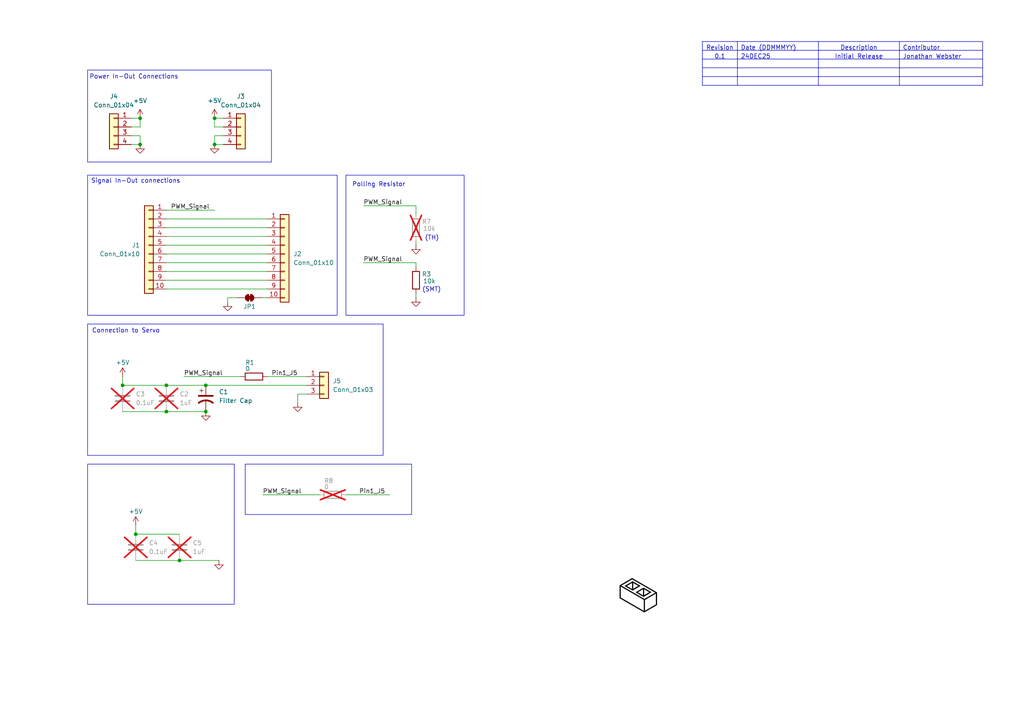
<source format=kicad_sch>
(kicad_sch (version 20250114) (generator "eeschema") (generator_version "9.0")
  (paper "A4")
  (title_block (title "Distribution Layer Adapter Board SCH") (date "2025-12-24") (rev "0.1") (company "  basically"))
  (lib_symbols
    (symbol "Connector_Generic:Conn_01x03" (pin_names (offset 1.016) (hide yes))
      (property "Reference" "J" (at 0 5.08 0))
      (property "Value" "Conn_01x03" (at 0 -5.08 0))
      (symbol "Conn_01x03_1_1"
        (rectangle (start -1.27 3.81) (end 1.27 -3.81) (stroke (width 0.254)) (fill (type background)))
        (rectangle (start -1.27 2.667) (end 0 2.413) (stroke (width 0.1524)))
        (rectangle (start -1.27 0.127) (end 0 -0.127) (stroke (width 0.1524)))
        (rectangle (start -1.27 -2.413) (end 0 -2.667) (stroke (width 0.1524)))
        (pin passive line (at -5.08 2.54 0) (length 3.81) (name "Pin_1") (number "1"))
        (pin passive line (at -5.08 0 0) (length 3.81) (name "Pin_2") (number "2"))
        (pin passive line (at -5.08 -2.54 0) (length 3.81) (name "Pin_3") (number "3"))
      )
    )
    (symbol "Connector_Generic:Conn_01x04" (pin_names (offset 1.016) (hide yes))
      (property "Reference" "J" (at 0 5.08 0))
      (property "Value" "Conn_01x04" (at 0 -7.62 0))
      (symbol "Conn_01x04_1_1"
        (rectangle (start -1.27 3.81) (end 1.27 -6.35) (stroke (width 0.254)) (fill (type background)))
        (rectangle (start -1.27 2.667) (end 0 2.413) (stroke (width 0.1524)))
        (rectangle (start -1.27 0.127) (end 0 -0.127) (stroke (width 0.1524)))
        (rectangle (start -1.27 -2.413) (end 0 -2.667) (stroke (width 0.1524)))
        (rectangle (start -1.27 -4.953) (end 0 -5.207) (stroke (width 0.1524)))
        (pin passive line (at -5.08 2.54 0) (length 3.81) (name "Pin_1") (number "1"))
        (pin passive line (at -5.08 0 0) (length 3.81) (name "Pin_2") (number "2"))
        (pin passive line (at -5.08 -2.54 0) (length 3.81) (name "Pin_3") (number "3"))
        (pin passive line (at -5.08 -5.08 0) (length 3.81) (name "Pin_4") (number "4"))
      )
    )
    (symbol "Connector_Generic:Conn_01x10" (pin_names (offset 1.016) (hide yes))
      (property "Reference" "J" (at 0 12.7 0))
      (property "Value" "Conn_01x10" (at 0 -15.24 0))
      (symbol "Conn_01x10_1_1"
        (rectangle (start -1.27 11.43) (end 1.27 -13.97) (stroke (width 0.254)) (fill (type background)))
        (rectangle (start -1.27 10.287) (end 0 10.033) (stroke (width 0.1524)))
        (rectangle (start -1.27 7.747) (end 0 7.493) (stroke (width 0.1524)))
        (rectangle (start -1.27 5.207) (end 0 4.953) (stroke (width 0.1524)))
        (rectangle (start -1.27 2.667) (end 0 2.413) (stroke (width 0.1524)))
        (rectangle (start -1.27 0.127) (end 0 -0.127) (stroke (width 0.1524)))
        (rectangle (start -1.27 -2.413) (end 0 -2.667) (stroke (width 0.1524)))
        (rectangle (start -1.27 -4.953) (end 0 -5.207) (stroke (width 0.1524)))
        (rectangle (start -1.27 -7.493) (end 0 -7.747) (stroke (width 0.1524)))
        (rectangle (start -1.27 -10.033) (end 0 -10.287) (stroke (width 0.1524)))
        (rectangle (start -1.27 -12.573) (end 0 -12.827) (stroke (width 0.1524)))
        (pin passive line (at -5.08 10.16 0) (length 3.81) (name "Pin_1") (number "1"))
        (pin passive line (at -5.08 7.62 0) (length 3.81) (name "Pin_2") (number "2"))
        (pin passive line (at -5.08 5.08 0) (length 3.81) (name "Pin_3") (number "3"))
        (pin passive line (at -5.08 2.54 0) (length 3.81) (name "Pin_4") (number "4"))
        (pin passive line (at -5.08 0 0) (length 3.81) (name "Pin_5") (number "5"))
        (pin passive line (at -5.08 -2.54 0) (length 3.81) (name "Pin_6") (number "6"))
        (pin passive line (at -5.08 -5.08 0) (length 3.81) (name "Pin_7") (number "7"))
        (pin passive line (at -5.08 -7.62 0) (length 3.81) (name "Pin_8") (number "8"))
        (pin passive line (at -5.08 -10.16 0) (length 3.81) (name "Pin_9") (number "9"))
        (pin passive line (at -5.08 -12.7 0) (length 3.81) (name "Pin_10") (number "10"))
      )
    )
    (symbol "Device:C" (pin_numbers (hide yes)) (pin_names (offset 0.254))
      (property "Reference" "C" (at 0.635 2.54 0))
      (property "Value" "C" (at 0.635 -2.54 0))
      (symbol "C_0_1"
        (polyline (pts (xy -2.032 0.762) (xy 2.032 0.762)) (stroke (width 0.508)))
        (polyline (pts (xy -2.032 -0.762) (xy 2.032 -0.762)) (stroke (width 0.508)))
      )
      (symbol "C_1_1"
        (pin passive line (at 0 3.81 270) (length 2.794) (name "~") (number "1"))
        (pin passive line (at 0 -3.81 90) (length 2.794) (name "~") (number "2"))
      )
    )
    (symbol "Device:C_Polarized_US" (pin_numbers (hide yes)) (pin_names (offset 0.254) (hide yes))
      (property "Reference" "C" (at 0.635 2.54 0))
      (property "Value" "C_Polarized_US" (at 0.635 -2.54 0))
      (symbol "C_Polarized_US_0_1"
        (polyline (pts (xy -2.032 0.762) (xy 2.032 0.762)) (stroke (width 0.508)))
        (polyline (pts (xy -1.778 2.286) (xy -0.762 2.286)))
        (polyline (pts (xy -1.27 1.778) (xy -1.27 2.794)))
        (arc (start -2.032 -1.27) (mid 0 -0.5572) (end 2.032 -1.27) (stroke (width 0.508)))
      )
      (symbol "C_Polarized_US_1_1"
        (pin passive line (at 0 3.81 270) (length 2.794) (name "~") (number "1"))
        (pin passive line (at 0 -3.81 90) (length 3.302) (name "~") (number "2"))
      )
    )
    (symbol "Device:R" (pin_numbers (hide yes)) (pin_names (offset 0))
      (property "Reference" "R" (at 2.032 0 90))
      (property "Value" "R" (at 0 0 90))
      (symbol "R_0_1"
        (rectangle (start -1.016 -2.54) (end 1.016 2.54) (stroke (width 0.254)))
      )
      (symbol "R_1_1"
        (pin passive line (at 0 3.81 270) (length 1.27) (name "~") (number "1"))
        (pin passive line (at 0 -3.81 90) (length 1.27) (name "~") (number "2"))
      )
    )
    (symbol "Jumper:SolderJumper_2_Bridged" (pin_numbers (hide yes)) (pin_names (offset 0) (hide yes)) (in_bom no)
      (property "Reference" "JP" (at 0 2.032 0))
      (property "Value" "SolderJumper_2_Bridged" (at 0 -2.54 0))
      (symbol "SolderJumper_2_Bridged_0_1"
        (rectangle (start -0.508 0.508) (end 0.508 -0.508) (fill (type outline)))
        (polyline (pts (xy -0.254 1.016) (xy -0.254 -1.016)))
        (arc (start -0.254 -1.016) (mid -1.2656 0) (end -0.254 1.016))
        (arc (start -0.254 -1.016) (mid -1.2656 0) (end -0.254 1.016) (fill (type outline)))
        (arc (start 0.254 1.016) (mid 1.2656 0) (end 0.254 -1.016))
        (arc (start 0.254 1.016) (mid 1.2656 0) (end 0.254 -1.016) (fill (type outline)))
        (polyline (pts (xy 0.254 1.016) (xy 0.254 -1.016)))
      )
      (symbol "SolderJumper_2_Bridged_1_1"
        (pin passive line (at -3.81 0 0) (length 2.54) (name "A") (number "1"))
        (pin passive line (at 3.81 0 180) (length 2.54) (name "B") (number "2"))
      )
    )
    (symbol "power:+5V" (power) (pin_numbers (hide yes)) (pin_names (offset 0) (hide yes))
      (property "Value" "+5V" (at 0 3.556 0))
      (symbol "+5V_0_1"
        (polyline (pts (xy -0.762 1.27) (xy 0 2.54)))
        (polyline (pts (xy 0 2.54) (xy 0.762 1.27)))
        (polyline (pts (xy 0 0) (xy 0 2.54)))
      )
      (symbol "+5V_1_1"
        (pin power_in line (at 0 0 90) (length 0) (name "~") (number "1"))
      )
    )
    (symbol "power:GND" (power) (pin_numbers (hide yes)) (pin_names (offset 0) (hide yes))
      (property "Value" "GND" (at 0 -3.81 0))
      (symbol "GND_0_1"
        (polyline (pts (xy 0 0) (xy 0 -1.27) (xy 1.27 -1.27) (xy 0 -2.54) (xy -1.27 -1.27) (xy 0 -1.27)))
      )
      (symbol "GND_1_1"
        (pin power_in line (at 0 0 270) (length 0) (name "~") (number "1"))
      )
    )
  )
  (polyline (pts (xy 185.7915 169.925) (xy 183.4879 171.2954) (xy 181.1317 169.9556) (xy 181.8 169.9556) (xy 183.3233 170.8352) (xy 183.3233 169.0761) (xy 183.6554 169.0761) (xy 183.6554 170.7844) (xy 185.1249 169.9271) (xy 183.6554 169.0761) (xy 183.3233 169.0761) (xy 181.8 169.9556) (xy 181.1317 169.9556) (xy 181.1308 169.9551) (xy 183.4876 168.5944) (xy 185.7915 169.925)) (stroke (width -0.0001) (type solid) (color 0 0 0 1)) (fill (type outline)))
  (rectangle (start 25.4 134.62) (end 67.945 175.26))
  (polyline (pts (xy 183.4876 168.5944) (xy 183.4876 168.5944)) (stroke (width -0.0001) (type solid)) (fill (type outline)))
  (polyline (pts (xy 190.5702 171.8197) (xy 190.5702 175.4979) (xy 186.8619 177.6375) (xy 179.705 173.5097) (xy 179.705 173.312) (xy 180.0401 173.312) (xy 186.7247 177.1715) (xy 186.7247 174.0121) (xy 187.0597 174.0121) (xy 187.0597 177.1378) (xy 190.2338 175.3052) (xy 190.2338 172.1795) (xy 187.0597 174.0121) (xy 186.7247 174.0121) (xy 186.7247 173.9887) (xy 180.0401 170.1294) (xy 180.0401 173.312) (xy 179.705 173.312) (xy 179.705 169.8479) (xy 180.2225 169.8479) (xy 186.9125 173.7103) (xy 190.0475 171.9003) (xy 183.3565 168.0373) (xy 180.2225 169.8479) (xy 179.705 169.8479) (xy 179.705 169.7622) (xy 183.3385 167.64) (xy 190.5702 171.8197)) (stroke (width -0.0001) (type solid) (color 0 0 0 1)) (fill (type outline)))
  (polyline (pts (xy 186.6642 170.4312) (xy 188.9681 171.7618) (xy 186.6646 173.1322) (xy 184.3081 171.7924) (xy 184.9766 171.7924) (xy 186.5 172.672) (xy 186.5 172.6213) (xy 186.8321 172.6213) (xy 188.3015 171.7638) (xy 186.8321 170.9129) (xy 186.8321 172.6213) (xy 186.5 172.6213) (xy 186.5 170.9129) (xy 184.9766 171.7924) (xy 184.3081 171.7924) (xy 184.3074 171.7919) (xy 186.6642 170.4312) (xy 186.6642 170.4312)) (stroke (width -0.0001) (type solid) (color 0 0 0 1)) (fill (type outline)))
  (rectangle (start 25.4 50.8) (end 97.79 91.44))
  (rectangle (start 100.33 50.8) (end 134.62 91.44))
  (rectangle (start 71.12 134.62) (end 119.38 149.225))
  (rectangle (start 25.4 93.98) (end 111.125 132.08))
  (rectangle (start 25.4 20.32) (end 78.74 46.99))
  (text "(SMT)" (at 122.428 84.074 0) (effects (font (size 1.27 1.27)) (justify left)))
  (text "(TH)" (at 123.19 69.088 0) (effects (font (size 1.27 1.27)) (justify left)))
  (text "Power In-Out Connections" (at 38.862 22.352 0) (effects (font (size 1.27 1.27))))
  (text "Signal In-Out connections" (at 39.37 52.578 0) (effects (font (size 1.27 1.27))))
  (text "Polling Resistor" (at 102.108 53.594 0) (effects (font (size 1.27 1.27)) (justify left)))
  (text "Connection to Servo" (at 26.67 96.012 0) (effects (font (size 1.27 1.27)) (justify left)))
  (junction (at 39.37 154.94))
  (junction (at 40.64 41.91))
  (junction (at 48.26 111.76))
  (junction (at 59.69 111.76))
  (junction (at 59.69 119.38))
  (junction (at 35.56 111.76))
  (junction (at 40.64 34.29))
  (junction (at 52.07 162.56))
  (junction (at 62.23 41.91))
  (junction (at 48.26 119.38))
  (junction (at 62.23 34.29))
  (wire (pts (xy 77.47 71.12) (xy 48.26 71.12)))
  (wire (pts (xy 48.26 60.96) (xy 62.23 60.96)))
  (wire (pts (xy 64.77 36.83) (xy 62.23 36.83)))
  (wire (pts (xy 39.37 152.4) (xy 39.37 154.94)))
  (wire (pts (xy 53.34 109.22) (xy 69.85 109.22)))
  (wire (pts (xy 77.47 78.74) (xy 48.26 78.74)))
  (wire (pts (xy 86.36 114.3) (xy 86.36 116.84)))
  (wire (pts (xy 39.37 162.56) (xy 52.07 162.56)))
  (wire (pts (xy 40.64 36.83) (xy 40.64 34.29)))
  (wire (pts (xy 38.1 36.83) (xy 40.64 36.83)))
  (wire (pts (xy 38.1 39.37) (xy 40.64 39.37)))
  (wire (pts (xy 77.47 76.2) (xy 48.26 76.2)))
  (wire (pts (xy 77.47 68.58) (xy 48.26 68.58)))
  (wire (pts (xy 76.2 143.51) (xy 92.71 143.51)))
  (wire (pts (xy 35.56 111.76) (xy 48.26 111.76)))
  (wire (pts (xy 48.26 111.76) (xy 59.69 111.76)))
  (wire (pts (xy 100.33 143.51) (xy 113.03 143.51)))
  (wire (pts (xy 38.1 41.91) (xy 40.64 41.91)))
  (wire (pts (xy 77.47 83.82) (xy 48.26 83.82)))
  (wire (pts (xy 66.04 86.36) (xy 66.04 87.63)))
  (wire (pts (xy 40.64 39.37) (xy 40.64 41.91)))
  (wire (pts (xy 48.26 119.38) (xy 59.69 119.38)))
  (wire (pts (xy 52.07 162.56) (xy 63.5 162.56)))
  (wire (pts (xy 77.47 66.04) (xy 48.26 66.04)))
  (wire (pts (xy 62.23 39.37) (xy 62.23 41.91)))
  (wire (pts (xy 120.65 76.2) (xy 105.41 76.2)))
  (wire (pts (xy 39.37 154.94) (xy 52.07 154.94)))
  (wire (pts (xy 77.47 81.28) (xy 48.26 81.28)))
  (wire (pts (xy 62.23 41.91) (xy 64.77 41.91)))
  (wire (pts (xy 68.58 86.36) (xy 66.04 86.36)))
  (wire (pts (xy 35.56 109.22) (xy 35.56 111.76)))
  (wire (pts (xy 120.65 59.69) (xy 120.65 62.23)))
  (wire (pts (xy 62.23 34.29) (xy 64.77 34.29)))
  (wire (pts (xy 120.65 86.36) (xy 120.65 85.09)))
  (wire (pts (xy 64.77 39.37) (xy 62.23 39.37)))
  (wire (pts (xy 120.65 76.2) (xy 120.65 77.47)))
  (wire (pts (xy 62.23 36.83) (xy 62.23 34.29)))
  (wire (pts (xy 120.65 59.69) (xy 105.41 59.69)))
  (wire (pts (xy 35.56 119.38) (xy 48.26 119.38)))
  (wire (pts (xy 38.1 34.29) (xy 40.64 34.29)))
  (wire (pts (xy 77.47 73.66) (xy 48.26 73.66)))
  (wire (pts (xy 86.36 114.3) (xy 88.9 114.3)))
  (wire (pts (xy 120.65 71.12) (xy 120.65 69.85)))
  (wire (pts (xy 76.2 86.36) (xy 77.47 86.36)))
  (wire (pts (xy 77.47 109.22) (xy 88.9 109.22)))
  (wire (pts (xy 59.69 111.76) (xy 88.9 111.76)))
  (wire (pts (xy 77.47 63.5) (xy 48.26 63.5)))
  (table (column_count 4) (border (external yes) (header yes)) (separators (rows yes) (cols yes) (stroke (width 0.0254))) (column_widths 10.16 23.495 23.495 24.13) (row_heights 2.54 2.54 2.54 2.54 2.54) (cells (table_cell "Revision" (at 203.72 12.05 0) (size 10.16 2.54) (margins 0.9525 0.9525 0.9525 0.9525) (span 1 1)) (table_cell "Date (DDMMMYY)" (at 213.88 12.05 0) (size 23.495 2.54) (margins 0.9525 0.9525 0.9525 0.9525) (span 1 1)) (table_cell "Description" (at 237.375 12.05 0) (size 23.495 2.54) (margins 0.9525 0.9525 0.9525 0.9525) (span 1 1)) (table_cell "Contributor" (at 260.87 12.05 0) (size 24.13 2.54) (margins 0.9525 0.9525 0.9525 0.9525) (span 1 1)) (table_cell "0.1" (at 203.72 14.59 0) (size 10.16 2.54) (margins 0.9525 0.9525 0.9525 0.9525) (span 1 1)) (table_cell "24DEC25" (at 213.88 14.59 0) (size 23.495 2.54) (margins 0.9525 0.9525 0.9525 0.9525) (span 1 1)) (table_cell "Initial Release" (at 237.375 14.59 0) (size 23.495 2.54) (margins 0.9525 0.9525 0.9525 0.9525) (span 1 1)) (table_cell "Jonathan Webster" (at 260.87 14.59 0) (size 24.13 2.54) (margins 0.9525 0.9525 0.9525 0.9525) (span 1 1)) (table_cell "" (at 203.72 17.13 0) (size 10.16 2.54) (margins 0.9525 0.9525 0.9525 0.9525) (span 1 1)) (table_cell "" (at 213.88 17.13 0) (size 23.495 2.54) (margins 0.9525 0.9525 0.9525 0.9525) (span 1 1)) (table_cell "" (at 237.375 17.13 0) (size 23.495 2.54) (margins 0.9525 0.9525 0.9525 0.9525) (span 1 1)) (table_cell "" (at 260.87 17.13 0) (size 24.13 2.54) (margins 0.9525 0.9525 0.9525 0.9525) (span 1 1)) (table_cell "" (at 203.72 19.67 0) (size 10.16 2.54) (margins 0.9525 0.9525 0.9525 0.9525) (span 1 1)) (table_cell "" (at 213.88 19.67 0) (size 23.495 2.54) (margins 0.9525 0.9525 0.9525 0.9525) (span 1 1)) (table_cell "" (at 237.375 19.67 0) (size 23.495 2.54) (margins 0.9525 0.9525 0.9525 0.9525) (span 1 1)) (table_cell "" (at 260.87 19.67 0) (size 24.13 2.54) (margins 0.9525 0.9525 0.9525 0.9525) (span 1 1)) (table_cell "" (at 203.72 22.21 0) (size 10.16 2.54) (margins 0.9525 0.9525 0.9525 0.9525) (span 1 1)) (table_cell "" (at 213.88 22.21 0) (size 23.495 2.54) (margins 0.9525 0.9525 0.9525 0.9525) (span 1 1)) (table_cell "" (at 237.375 22.21 0) (size 23.495 2.54) (margins 0.9525 0.9525 0.9525 0.9525) (span 1 1)) (table_cell "" (at 260.87 22.21 0) (size 24.13 2.54) (margins 0.9525 0.9525 0.9525 0.9525) (span 1 1))))
  (label "PWM_Signal" (at 105.41 76.2 0))
  (label "Pin1_J5" (at 78.74 109.22 0))
  (label "PWM_Signal" (at 53.34 109.22 0))
  (label "Pin1_J5" (at 104.14 143.51 0))
  (label "PWM_Signal" (at 76.2 143.51 0))
  (label "PWM_Signal" (at 49.53 60.96 0))
  (label "PWM_Signal" (at 105.41 59.69 0))
  (symbol (lib_id "Device:C") (at 35.56 115.57 0) (unit 1) (dnp yes)
    (property "Reference" "C3" (at 39.37 114.2999 0) (effects (justify left)))
    (property "Value" "0.1uF" (at 39.37 116.8399 0) (effects (justify left)))
    (property "Footprint" "Capacitor_SMD:C_0805_2012Metric_Pad1.18x1.45mm_HandSolder" (effects (hide yes)))
    (property "Description" "Unpolarized capacitor" (effects (hide yes)))
  )
  (symbol (lib_id "power:+5V") (at 62.23 34.29 0) (unit 1)
    (property "Reference" "#PWR02" (effects (hide yes)))
    (property "Value" "+5V" (at 62.23 29.21 0))
    (property "Description" "Power symbol creates a global label with name \"+5V\"" (effects (hide yes)))
  )
  (symbol (lib_id "Connector_Generic:Conn_01x03") (at 93.98 111.76 0) (unit 1)
    (property "Reference" "J5" (at 96.52 110.4899 0) (effects (justify left)))
    (property "Value" "Conn_01x03" (at 96.52 113.0299 0) (effects (justify left)))
    (property "Footprint" "Connector_PinHeader_2.54mm:PinHeader_1x03_P2.54mm_Horizontal" (effects (hide yes)))
    (property "Description" "Generic connector, single row, 01x03, script generated (kicad-library-utils/schlib/autogen/connector/)" (effects (hide yes)))
  )
  (symbol (lib_id "Device:C_Polarized_US") (at 59.69 115.57 0) (unit 1)
    (property "Reference" "C1" (at 63.5 113.6649 0) (effects (justify left)))
    (property "Value" "Filter Cap" (at 63.5 116.2049 0) (effects (justify left)))
    (property "Footprint" "Capacitor_THT:CP_Radial_D8.0mm_P2.50mm" (effects (hide yes)))
    (property "Description" "Polarized capacitor, US symbol" (effects (hide yes)))
  )
  (symbol (lib_id "power:GND") (at 40.64 41.91 0) (unit 1)
    (property "Reference" "#PWR03" (effects (hide yes)))
    (property "Value" "GND" (effects (hide yes)))
    (property "Description" "Power symbol creates a global label with name \"GND\" , ground" (effects (hide yes)))
  )
  (symbol (lib_id "power:+5V") (at 39.37 152.4 0) (unit 1)
    (property "Reference" "#PWR013" (effects (hide yes)))
    (property "Value" "+5V" (at 39.37 148.336 0))
    (property "Description" "Power symbol creates a global label with name \"+5V\"" (effects (hide yes)))
  )
  (symbol (lib_id "Connector_Generic:Conn_01x10") (at 82.55 73.66 0) (unit 1)
    (property "Reference" "J2" (at 85.09 73.6599 0) (effects (justify left)))
    (property "Value" "Conn_01x10" (at 85.09 76.1999 0) (effects (justify left)))
    (property "Footprint" "Connector_JST:JST_XA_B10B-XASK-1-A_1x10_P2.50mm_Vertical" (effects (hide yes)))
    (property "Description" "Generic connector, single row, 01x10, script generated (kicad-library-utils/schlib/autogen/connector/)" (effects (hide yes)))
  )
  (symbol (lib_id "power:+5V") (at 35.56 109.22 0) (unit 1)
    (property "Reference" "#PWR05" (effects (hide yes)))
    (property "Value" "+5V" (at 35.56 105.156 0))
    (property "Description" "Power symbol creates a global label with name \"+5V\"" (effects (hide yes)))
  )
  (symbol (lib_id "power:GND") (at 63.5 162.56 0) (unit 1)
    (property "Reference" "#PWR014" (effects (hide yes)))
    (property "Value" "GND" (effects (hide yes)))
    (property "Description" "Power symbol creates a global label with name \"GND\" , ground" (effects (hide yes)))
  )
  (symbol (lib_id "Device:R") (at 120.65 81.28 0) (unit 1)
    (property "Reference" "R3" (at 123.698 79.502 0))
    (property "Value" "10k" (at 122.682 81.534 0) (effects (justify left)))
    (property "Footprint" "Resistor_SMD:R_0805_2012Metric_Pad1.20x1.40mm_HandSolder" (effects (hide yes)))
    (property "Description" "Resistor" (effects (hide yes)))
  )
  (symbol (lib_id "Jumper:SolderJumper_2_Bridged") (at 72.39 86.36 0) (mirror y) (unit 1) (in_bom no)
    (property "Reference" "JP1" (at 72.39 88.9 0))
    (property "Value" "SolderJumper_2_Bridged" (effects (hide yes)))
    (property "Footprint" "Jumper:SolderJumper-2_P1.3mm_Open_TrianglePad1.0x1.5mm" (effects (hide yes)))
    (property "Description" "Solder Jumper, 2-pole, closed/bridged" (effects (hide yes)))
  )
  (symbol (lib_id "power:GND") (at 120.65 71.12 0) (unit 1)
    (property "Reference" "#PWR012" (effects (hide yes)))
    (property "Value" "GND" (effects (hide yes)))
    (property "Description" "Power symbol creates a global label with name \"GND\" , ground" (effects (hide yes)))
  )
  (symbol (lib_id "Device:C") (at 39.37 158.75 0) (unit 1) (dnp yes)
    (property "Reference" "C4" (at 43.18 157.4799 0) (effects (justify left)))
    (property "Value" "0.1uF" (at 43.18 160.0199 0) (effects (justify left)))
    (property "Footprint" "Capacitor_THT:C_Disc_D7.5mm_W2.5mm_P5.00mm" (effects (hide yes)))
    (property "Description" "Unpolarized capacitor" (effects (hide yes)))
  )
  (symbol (lib_id "Device:R") (at 120.65 66.04 0) (unit 1) (dnp yes)
    (property "Reference" "R7" (at 123.698 64.262 0))
    (property "Value" "10k" (at 122.682 66.294 0) (effects (justify left)))
    (property "Footprint" "Resistor_THT:R_Axial_DIN0207_L6.3mm_D2.5mm_P10.16mm_Horizontal" (effects (hide yes)))
    (property "Description" "Resistor" (effects (hide yes)))
  )
  (symbol (lib_id "power:GND") (at 86.36 116.84 0) (unit 1)
    (property "Reference" "#PWR06" (effects (hide yes)))
    (property "Value" "GND" (effects (hide yes)))
    (property "Description" "Power symbol creates a global label with name \"GND\" , ground" (effects (hide yes)))
  )
  (symbol (lib_id "power:GND") (at 66.04 87.63 0) (unit 1)
    (property "Reference" "#PWR010" (effects (hide yes)))
    (property "Value" "GND" (effects (hide yes)))
    (property "Description" "Power symbol creates a global label with name \"GND\" , ground" (effects (hide yes)))
  )
  (symbol (lib_id "power:+5V") (at 40.64 34.29 0) (unit 1)
    (property "Reference" "#PWR01" (effects (hide yes)))
    (property "Value" "+5V" (at 40.64 29.21 0))
    (property "Description" "Power symbol creates a global label with name \"+5V\"" (effects (hide yes)))
  )
  (symbol (lib_id "power:GND") (at 120.65 86.36 0) (unit 1)
    (property "Reference" "#PWR08" (effects (hide yes)))
    (property "Value" "GND" (effects (hide yes)))
    (property "Description" "Power symbol creates a global label with name \"GND\" , ground" (effects (hide yes)))
  )
  (symbol (lib_id "Device:R") (at 96.52 143.51 270) (unit 1) (dnp yes)
    (property "Reference" "R8" (at 93.98 139.446 90) (effects (justify left)))
    (property "Value" "0" (at 93.98 141.224 90) (effects (justify left)))
    (property "Footprint" "Resistor_THT:R_Axial_DIN0207_L6.3mm_D2.5mm_P10.16mm_Horizontal" (effects (hide yes)))
    (property "Description" "Resistor" (effects (hide yes)))
  )
  (symbol (lib_id "Connector_Generic:Conn_01x10") (at 43.18 71.12 0) (mirror y) (unit 1)
    (property "Reference" "J1" (at 40.64 71.1199 0) (effects (justify left)))
    (property "Value" "Conn_01x10" (at 40.64 73.6599 0) (effects (justify left)))
    (property "Footprint" "Connector_JST:JST_XA_B10B-XASK-1-A_1x10_P2.50mm_Vertical" (effects (hide yes)))
    (property "Description" "Generic connector, single row, 01x10, script generated (kicad-library-utils/schlib/autogen/connector/)" (effects (hide yes)))
  )
  (symbol (lib_id "Device:R") (at 73.66 109.22 270) (unit 1)
    (property "Reference" "R1" (at 71.12 105.156 90) (effects (justify left)))
    (property "Value" "0" (at 71.12 106.934 90) (effects (justify left)))
    (property "Footprint" "Resistor_SMD:R_0805_2012Metric_Pad1.20x1.40mm_HandSolder" (effects (hide yes)))
    (property "Description" "Resistor" (effects (hide yes)))
  )
  (symbol (lib_id "power:GND") (at 62.23 41.91 0) (unit 1)
    (property "Reference" "#PWR04" (effects (hide yes)))
    (property "Value" "GND" (effects (hide yes)))
    (property "Description" "Power symbol creates a global label with name \"GND\" , ground" (effects (hide yes)))
  )
  (symbol (lib_id "power:GND") (at 59.69 119.38 0) (unit 1)
    (property "Reference" "#PWR09" (effects (hide yes)))
    (property "Value" "GND" (effects (hide yes)))
    (property "Description" "Power symbol creates a global label with name \"GND\" , ground" (effects (hide yes)))
  )
  (symbol (lib_id "Connector_Generic:Conn_01x04") (at 69.85 36.83 0) (unit 1)
    (property "Reference" "J3" (at 69.85 27.94 0))
    (property "Value" "Conn_01x04" (at 69.85 30.48 0))
    (property "Footprint" "Connector_JST:JST_XA_B04B-XASK-1-A_1x04_P2.50mm_Vertical" (effects (hide yes)))
    (property "Description" "Generic connector, single row, 01x04, script generated (kicad-library-utils/schlib/autogen/connector/)" (effects (hide yes)))
  )
  (symbol (lib_id "Device:C") (at 52.07 158.75 0) (unit 1) (dnp yes)
    (property "Reference" "C5" (at 55.88 157.4799 0) (effects (justify left)))
    (property "Value" "1uF" (at 55.88 160.0199 0) (effects (justify left)))
    (property "Footprint" "Capacitor_THT:C_Disc_D7.5mm_W2.5mm_P5.00mm" (effects (hide yes)))
    (property "Description" "Unpolarized capacitor" (effects (hide yes)))
  )
  (symbol (lib_id "Device:C") (at 48.26 115.57 0) (unit 1) (dnp yes)
    (property "Reference" "C2" (at 52.07 114.2999 0) (effects (justify left)))
    (property "Value" "1uF" (at 52.07 116.8399 0) (effects (justify left)))
    (property "Footprint" "Capacitor_SMD:C_0805_2012Metric_Pad1.18x1.45mm_HandSolder" (effects (hide yes)))
    (property "Description" "Unpolarized capacitor" (effects (hide yes)))
  )
  (symbol (lib_id "Connector_Generic:Conn_01x04") (at 33.02 36.83 0) (mirror y) (unit 1)
    (property "Reference" "J4" (at 33.02 27.94 0))
    (property "Value" "Conn_01x04" (at 33.02 30.48 0))
    (property "Footprint" "Connector_JST:JST_XA_B04B-XASK-1-A_1x04_P2.50mm_Vertical" (effects (hide yes)))
    (property "Description" "Generic connector, single row, 01x04, script generated (kicad-library-utils/schlib/autogen/connector/)" (effects (hide yes)))
  )
)
</source>
